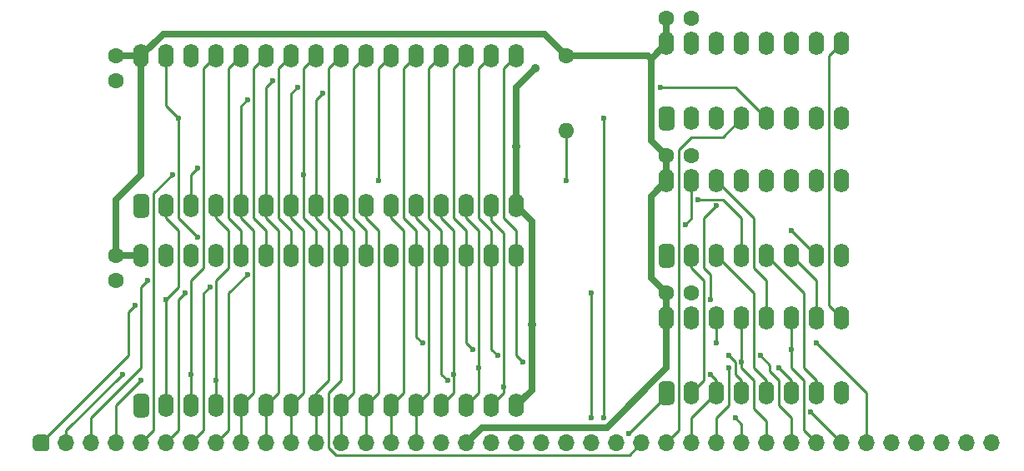
<source format=gbr>
%TF.GenerationSoftware,KiCad,Pcbnew,(5.1.9)-1*%
%TF.CreationDate,2021-03-26T23:09:49-07:00*%
%TF.ProjectId,rc-256page,72632d32-3536-4706-9167-652e6b696361,rev?*%
%TF.SameCoordinates,PX9157080PY9071968*%
%TF.FileFunction,Copper,L1,Top*%
%TF.FilePolarity,Positive*%
%FSLAX46Y46*%
G04 Gerber Fmt 4.6, Leading zero omitted, Abs format (unit mm)*
G04 Created by KiCad (PCBNEW (5.1.9)-1) date 2021-03-26 23:09:49*
%MOMM*%
%LPD*%
G01*
G04 APERTURE LIST*
%TA.AperFunction,ComponentPad*%
%ADD10O,1.600000X2.400000*%
%TD*%
%TA.AperFunction,ComponentPad*%
%ADD11O,1.600000X1.600000*%
%TD*%
%TA.AperFunction,ComponentPad*%
%ADD12C,1.600000*%
%TD*%
%TA.AperFunction,ComponentPad*%
%ADD13O,1.700000X1.700000*%
%TD*%
%TA.AperFunction,ViaPad*%
%ADD14C,0.900000*%
%TD*%
%TA.AperFunction,ViaPad*%
%ADD15C,0.600000*%
%TD*%
%TA.AperFunction,Conductor*%
%ADD16C,0.635000*%
%TD*%
%TA.AperFunction,Conductor*%
%ADD17C,0.254000*%
%TD*%
%TA.AperFunction,Conductor*%
%ADD18C,0.200000*%
%TD*%
G04 APERTURE END LIST*
D10*
%TO.P,U3,16*%
%TO.N,+5V*%
X64770000Y42240200D03*
%TO.P,U3,8*%
%TO.N,GND*%
X82550000Y34620200D03*
%TO.P,U3,15*%
%TO.N,Net-(U3-Pad15)*%
X67310000Y42240200D03*
%TO.P,U3,7*%
%TO.N,Net-(U3-Pad7)*%
X80010000Y34620200D03*
%TO.P,U3,14*%
%TO.N,Net-(U3-Pad14)*%
X69850000Y42240200D03*
%TO.P,U3,6*%
%TO.N,A6*%
X77470000Y34620200D03*
%TO.P,U3,13*%
%TO.N,Net-(U3-Pad13)*%
X72390000Y42240200D03*
%TO.P,U3,5*%
%TO.N,A7*%
X74930000Y34620200D03*
%TO.P,U3,12*%
%TO.N,Net-(U3-Pad12)*%
X74930000Y42240200D03*
%TO.P,U3,4*%
%TO.N,~IOREQ*%
X72390000Y34620200D03*
%TO.P,U3,11*%
%TO.N,Net-(U3-Pad11)*%
X77470000Y42240200D03*
%TO.P,U3,3*%
%TO.N,A5*%
X69850000Y34620200D03*
%TO.P,U3,10*%
%TO.N,Net-(U3-Pad10)*%
X80010000Y42240200D03*
%TO.P,U3,2*%
%TO.N,A4*%
X67310000Y34620200D03*
%TO.P,U3,9*%
%TO.N,/~CFG_CS*%
X82550000Y42240200D03*
%TO.P,U3,1*%
%TO.N,~WR*%
%TA.AperFunction,ComponentPad*%
G36*
G01*
X65170000Y33420200D02*
X64370000Y33420200D01*
G75*
G02*
X63970000Y33820200I0J400000D01*
G01*
X63970000Y35420200D01*
G75*
G02*
X64370000Y35820200I400000J0D01*
G01*
X65170000Y35820200D01*
G75*
G02*
X65570000Y35420200I0J-400000D01*
G01*
X65570000Y33820200D01*
G75*
G02*
X65170000Y33420200I-400000J0D01*
G01*
G37*
%TD.AperFunction*%
%TD*%
%TO.P,U5,16*%
%TO.N,+5V*%
X64770000Y28270200D03*
%TO.P,U5,8*%
%TO.N,GND*%
X82550000Y20650200D03*
%TO.P,U5,15*%
%TO.N,~MREQ*%
X67310000Y28270200D03*
%TO.P,U5,7*%
%TO.N,MEM_A16*%
X80010000Y20650200D03*
%TO.P,U5,14*%
%TO.N,/~ROMA*%
X69850000Y28270200D03*
%TO.P,U5,6*%
%TO.N,/A16B*%
X77470000Y20650200D03*
%TO.P,U5,13*%
%TO.N,/~ROMB*%
X72390000Y28270200D03*
%TO.P,U5,5*%
%TO.N,/A16A*%
X74930000Y20650200D03*
%TO.P,U5,12*%
%TO.N,~ROM_CS*%
X74930000Y28270200D03*
%TO.P,U5,4*%
%TO.N,MEM_A15*%
X72390000Y20650200D03*
%TO.P,U5,11*%
%TO.N,GND*%
X77470000Y28270200D03*
%TO.P,U5,3*%
%TO.N,/A15B*%
X69850000Y20650200D03*
%TO.P,U5,10*%
%TO.N,GND*%
X80010000Y28270200D03*
%TO.P,U5,2*%
%TO.N,/A15A*%
X67310000Y20650200D03*
%TO.P,U5,9*%
%TO.N,Net-(U5-Pad9)*%
X82550000Y28270200D03*
%TO.P,U5,1*%
%TO.N,A15*%
%TA.AperFunction,ComponentPad*%
G36*
G01*
X65170000Y19450200D02*
X64370000Y19450200D01*
G75*
G02*
X63970000Y19850200I0J400000D01*
G01*
X63970000Y21450200D01*
G75*
G02*
X64370000Y21850200I400000J0D01*
G01*
X65170000Y21850200D01*
G75*
G02*
X65570000Y21450200I0J-400000D01*
G01*
X65570000Y19850200D01*
G75*
G02*
X65170000Y19450200I-400000J0D01*
G01*
G37*
%TD.AperFunction*%
%TD*%
D11*
%TO.P,R1,2*%
%TO.N,~ROM_CS*%
X54610000Y33350200D03*
D12*
%TO.P,R1,1*%
%TO.N,+5V*%
X54610000Y40970200D03*
%TD*%
D13*
%TO.P,J1,39*%
%TO.N,Net-(J1-Pad39)*%
X97790000Y1600200D03*
%TO.P,J1,38*%
%TO.N,Net-(J1-Pad38)*%
X95250000Y1600200D03*
%TO.P,J1,37*%
%TO.N,Net-(J1-Pad37)*%
X92710000Y1600200D03*
%TO.P,J1,36*%
%TO.N,Net-(J1-Pad36)*%
X90170000Y1600200D03*
%TO.P,J1,35*%
%TO.N,Net-(J1-Pad35)*%
X87630000Y1600200D03*
%TO.P,J1,34*%
%TO.N,D7*%
X85090000Y1600200D03*
%TO.P,J1,33*%
%TO.N,D6*%
X82550000Y1600200D03*
%TO.P,J1,32*%
%TO.N,D5*%
X80010000Y1600200D03*
%TO.P,J1,31*%
%TO.N,D4*%
X77470000Y1600200D03*
%TO.P,J1,30*%
%TO.N,D3*%
X74930000Y1600200D03*
%TO.P,J1,29*%
%TO.N,D2*%
X72390000Y1600200D03*
%TO.P,J1,28*%
%TO.N,D1*%
X69850000Y1600200D03*
%TO.P,J1,27*%
%TO.N,D0*%
X67310000Y1600200D03*
%TO.P,J1,26*%
%TO.N,~IOREQ*%
X64770000Y1600200D03*
%TO.P,J1,25*%
%TO.N,~RD*%
X62230000Y1600200D03*
%TO.P,J1,24*%
%TO.N,~WR*%
X59690000Y1600200D03*
%TO.P,J1,23*%
%TO.N,~MREQ*%
X57150000Y1600200D03*
%TO.P,J1,22*%
%TO.N,Net-(J1-Pad22)*%
X54610000Y1600200D03*
%TO.P,J1,21*%
%TO.N,Net-(J1-Pad21)*%
X52070000Y1600200D03*
%TO.P,J1,20*%
%TO.N,~RESET*%
X49530000Y1600200D03*
%TO.P,J1,19*%
%TO.N,Net-(J1-Pad19)*%
X46990000Y1600200D03*
%TO.P,J1,18*%
%TO.N,+5V*%
X44450000Y1600200D03*
%TO.P,J1,17*%
%TO.N,GND*%
X41910000Y1600200D03*
%TO.P,J1,16*%
%TO.N,A0*%
X39370000Y1600200D03*
%TO.P,J1,15*%
%TO.N,A1*%
X36830000Y1600200D03*
%TO.P,J1,14*%
%TO.N,A2*%
X34290000Y1600200D03*
%TO.P,J1,13*%
%TO.N,A3*%
X31750000Y1600200D03*
%TO.P,J1,12*%
%TO.N,A4*%
X29210000Y1600200D03*
%TO.P,J1,11*%
%TO.N,A5*%
X26670000Y1600200D03*
%TO.P,J1,10*%
%TO.N,A6*%
X24130000Y1600200D03*
%TO.P,J1,9*%
%TO.N,A7*%
X21590000Y1600200D03*
%TO.P,J1,8*%
%TO.N,A8*%
X19050000Y1600200D03*
%TO.P,J1,7*%
%TO.N,A9*%
X16510000Y1600200D03*
%TO.P,J1,6*%
%TO.N,A10*%
X13970000Y1600200D03*
%TO.P,J1,5*%
%TO.N,A11*%
X11430000Y1600200D03*
%TO.P,J1,4*%
%TO.N,A12*%
X8890000Y1600200D03*
%TO.P,J1,3*%
%TO.N,A13*%
X6350000Y1600200D03*
%TO.P,J1,2*%
%TO.N,A14*%
X3810000Y1600200D03*
%TO.P,J1,1*%
%TO.N,A15*%
%TA.AperFunction,ComponentPad*%
G36*
G01*
X1695000Y750200D02*
X845000Y750200D01*
G75*
G02*
X420000Y1175200I0J425000D01*
G01*
X420000Y2025200D01*
G75*
G02*
X845000Y2450200I425000J0D01*
G01*
X1695000Y2450200D01*
G75*
G02*
X2120000Y2025200I0J-425000D01*
G01*
X2120000Y1175200D01*
G75*
G02*
X1695000Y750200I-425000J0D01*
G01*
G37*
%TD.AperFunction*%
%TD*%
D10*
%TO.P,U1,32*%
%TO.N,+5V*%
X11430000Y40970200D03*
%TO.P,U1,16*%
%TO.N,GND*%
X49530000Y25730200D03*
%TO.P,U1,31*%
%TO.N,~WR*%
X13970000Y40970200D03*
%TO.P,U1,15*%
%TO.N,D2*%
X46990000Y25730200D03*
%TO.P,U1,30*%
%TO.N,Net-(U1-Pad30)*%
X16510000Y40970200D03*
%TO.P,U1,14*%
%TO.N,D1*%
X44450000Y25730200D03*
%TO.P,U1,29*%
%TO.N,A14*%
X19050000Y40970200D03*
%TO.P,U1,13*%
%TO.N,D0*%
X41910000Y25730200D03*
%TO.P,U1,28*%
%TO.N,A13*%
X21590000Y40970200D03*
%TO.P,U1,12*%
%TO.N,A0*%
X39370000Y25730200D03*
%TO.P,U1,27*%
%TO.N,A8*%
X24130000Y40970200D03*
%TO.P,U1,11*%
%TO.N,A1*%
X36830000Y25730200D03*
%TO.P,U1,26*%
%TO.N,A9*%
X26670000Y40970200D03*
%TO.P,U1,10*%
%TO.N,A2*%
X34290000Y25730200D03*
%TO.P,U1,25*%
%TO.N,A11*%
X29210000Y40970200D03*
%TO.P,U1,9*%
%TO.N,A3*%
X31750000Y25730200D03*
%TO.P,U1,24*%
%TO.N,~RD*%
X31750000Y40970200D03*
%TO.P,U1,8*%
%TO.N,A4*%
X29210000Y25730200D03*
%TO.P,U1,23*%
%TO.N,A10*%
X34290000Y40970200D03*
%TO.P,U1,7*%
%TO.N,A5*%
X26670000Y25730200D03*
%TO.P,U1,22*%
%TO.N,~ROM_CS*%
X36830000Y40970200D03*
%TO.P,U1,6*%
%TO.N,A6*%
X24130000Y25730200D03*
%TO.P,U1,21*%
%TO.N,D7*%
X39370000Y40970200D03*
%TO.P,U1,5*%
%TO.N,A7*%
X21590000Y25730200D03*
%TO.P,U1,20*%
%TO.N,D6*%
X41910000Y40970200D03*
%TO.P,U1,4*%
%TO.N,A12*%
X19050000Y25730200D03*
%TO.P,U1,19*%
%TO.N,D5*%
X44450000Y40970200D03*
%TO.P,U1,3*%
%TO.N,MEM_A15*%
X16510000Y25730200D03*
%TO.P,U1,18*%
%TO.N,D4*%
X46990000Y40970200D03*
%TO.P,U1,2*%
%TO.N,MEM_A16*%
X13970000Y25730200D03*
%TO.P,U1,17*%
%TO.N,D3*%
X49530000Y40970200D03*
%TO.P,U1,1*%
%TO.N,Net-(U1-Pad1)*%
%TA.AperFunction,ComponentPad*%
G36*
G01*
X11830000Y24530200D02*
X11030000Y24530200D01*
G75*
G02*
X10630000Y24930200I0J400000D01*
G01*
X10630000Y26530200D01*
G75*
G02*
X11030000Y26930200I400000J0D01*
G01*
X11830000Y26930200D01*
G75*
G02*
X12230000Y26530200I0J-400000D01*
G01*
X12230000Y24930200D01*
G75*
G02*
X11830000Y24530200I-400000J0D01*
G01*
G37*
%TD.AperFunction*%
%TD*%
%TO.P,U4,16*%
%TO.N,+5V*%
X64770000Y14300200D03*
%TO.P,U4,8*%
%TO.N,GND*%
X82550000Y6680200D03*
%TO.P,U4,15*%
%TO.N,/~ROMB*%
X67310000Y14300200D03*
%TO.P,U4,7*%
%TO.N,/A16A*%
X80010000Y6680200D03*
%TO.P,U4,14*%
%TO.N,D7*%
X69850000Y14300200D03*
%TO.P,U4,6*%
%TO.N,D1*%
X77470000Y6680200D03*
%TO.P,U4,13*%
%TO.N,D3*%
X72390000Y14300200D03*
%TO.P,U4,5*%
%TO.N,/A15B*%
X74930000Y6680200D03*
%TO.P,U4,12*%
%TO.N,/~ROMA*%
X74930000Y14300200D03*
%TO.P,U4,4*%
%TO.N,D4*%
X72390000Y6680200D03*
%TO.P,U4,11*%
%TO.N,D5*%
X77470000Y14300200D03*
%TO.P,U4,3*%
%TO.N,D0*%
X69850000Y6680200D03*
%TO.P,U4,10*%
%TO.N,/A16B*%
X80010000Y14300200D03*
%TO.P,U4,2*%
%TO.N,/A15A*%
X67310000Y6680200D03*
%TO.P,U4,9*%
%TO.N,/~CFG_CS*%
X82550000Y14300200D03*
%TO.P,U4,1*%
%TO.N,~RESET*%
%TA.AperFunction,ComponentPad*%
G36*
G01*
X65170000Y5480200D02*
X64370000Y5480200D01*
G75*
G02*
X63970000Y5880200I0J400000D01*
G01*
X63970000Y7480200D01*
G75*
G02*
X64370000Y7880200I400000J0D01*
G01*
X65170000Y7880200D01*
G75*
G02*
X65570000Y7480200I0J-400000D01*
G01*
X65570000Y5880200D01*
G75*
G02*
X65170000Y5480200I-400000J0D01*
G01*
G37*
%TD.AperFunction*%
%TD*%
%TO.P,U2,32*%
%TO.N,+5V*%
X11430000Y20650200D03*
%TO.P,U2,16*%
%TO.N,GND*%
X49530000Y5410200D03*
%TO.P,U2,31*%
%TO.N,MEM_A15*%
X13970000Y20650200D03*
%TO.P,U2,15*%
%TO.N,D2*%
X46990000Y5410200D03*
%TO.P,U2,30*%
%TO.N,~ROM_CS*%
X16510000Y20650200D03*
%TO.P,U2,14*%
%TO.N,D1*%
X44450000Y5410200D03*
%TO.P,U2,29*%
%TO.N,~WR*%
X19050000Y20650200D03*
%TO.P,U2,13*%
%TO.N,D0*%
X41910000Y5410200D03*
%TO.P,U2,28*%
%TO.N,A13*%
X21590000Y20650200D03*
%TO.P,U2,12*%
%TO.N,A0*%
X39370000Y5410200D03*
%TO.P,U2,27*%
%TO.N,A8*%
X24130000Y20650200D03*
%TO.P,U2,11*%
%TO.N,A1*%
X36830000Y5410200D03*
%TO.P,U2,26*%
%TO.N,A9*%
X26670000Y20650200D03*
%TO.P,U2,10*%
%TO.N,A2*%
X34290000Y5410200D03*
%TO.P,U2,25*%
%TO.N,A11*%
X29210000Y20650200D03*
%TO.P,U2,9*%
%TO.N,A3*%
X31750000Y5410200D03*
%TO.P,U2,24*%
%TO.N,~RD*%
X31750000Y20650200D03*
%TO.P,U2,8*%
%TO.N,A4*%
X29210000Y5410200D03*
%TO.P,U2,23*%
%TO.N,A10*%
X34290000Y20650200D03*
%TO.P,U2,7*%
%TO.N,A5*%
X26670000Y5410200D03*
%TO.P,U2,22*%
%TO.N,~MREQ*%
X36830000Y20650200D03*
%TO.P,U2,6*%
%TO.N,A6*%
X24130000Y5410200D03*
%TO.P,U2,21*%
%TO.N,D7*%
X39370000Y20650200D03*
%TO.P,U2,5*%
%TO.N,A7*%
X21590000Y5410200D03*
%TO.P,U2,20*%
%TO.N,D6*%
X41910000Y20650200D03*
%TO.P,U2,4*%
%TO.N,A12*%
X19050000Y5410200D03*
%TO.P,U2,19*%
%TO.N,D5*%
X44450000Y20650200D03*
%TO.P,U2,3*%
%TO.N,A14*%
X16510000Y5410200D03*
%TO.P,U2,18*%
%TO.N,D4*%
X46990000Y20650200D03*
%TO.P,U2,2*%
%TO.N,MEM_A16*%
X13970000Y5410200D03*
%TO.P,U2,17*%
%TO.N,D3*%
X49530000Y20650200D03*
%TO.P,U2,1*%
%TO.N,Net-(U2-Pad1)*%
%TA.AperFunction,ComponentPad*%
G36*
G01*
X11830000Y4210200D02*
X11030000Y4210200D01*
G75*
G02*
X10630000Y4610200I0J400000D01*
G01*
X10630000Y6210200D01*
G75*
G02*
X11030000Y6610200I400000J0D01*
G01*
X11830000Y6610200D01*
G75*
G02*
X12230000Y6210200I0J-400000D01*
G01*
X12230000Y4610200D01*
G75*
G02*
X11830000Y4210200I-400000J0D01*
G01*
G37*
%TD.AperFunction*%
%TD*%
D12*
%TO.P,C5,2*%
%TO.N,+5V*%
X64770000Y30810200D03*
%TO.P,C5,1*%
%TO.N,GND*%
X67270000Y30810200D03*
%TD*%
%TO.P,C4,2*%
%TO.N,+5V*%
X64770000Y16840200D03*
%TO.P,C4,1*%
%TO.N,GND*%
X67270000Y16840200D03*
%TD*%
%TO.P,C3,2*%
%TO.N,+5V*%
X64770000Y44780200D03*
%TO.P,C3,1*%
%TO.N,GND*%
X67270000Y44780200D03*
%TD*%
%TO.P,C2,2*%
%TO.N,GND*%
X8890000Y18150200D03*
%TO.P,C2,1*%
%TO.N,+5V*%
X8890000Y20650200D03*
%TD*%
%TO.P,C1,2*%
%TO.N,GND*%
X8890000Y38470200D03*
%TO.P,C1,1*%
%TO.N,+5V*%
X8890000Y40970200D03*
%TD*%
D14*
%TO.N,GND*%
X51117500Y13665204D03*
X51434998Y39700200D03*
X49530000Y31762700D03*
D15*
%TO.N,D7*%
X40005000Y11760200D03*
X69850000Y11760200D03*
X80010000Y11760200D03*
%TO.N,D6*%
X79375000Y4775200D03*
X42545000Y7950200D03*
%TO.N,D5*%
X77470000Y11125200D03*
X45085000Y11125200D03*
%TO.N,D4*%
X71120000Y10490200D03*
X47625000Y10490200D03*
X74295000Y10490200D03*
%TO.N,D3*%
X50165000Y9855200D03*
X72390000Y9855200D03*
%TO.N,D2*%
X71755000Y4140200D03*
X48260000Y7315200D03*
%TO.N,D1*%
X45720000Y9220200D03*
X71120000Y9220200D03*
X76200000Y9220200D03*
%TO.N,D0*%
X43180000Y8585200D03*
X69215000Y8585200D03*
%TO.N,~WR*%
X58420000Y4140200D03*
X17145000Y22555200D03*
X58420000Y34620200D03*
X15240000Y34620200D03*
%TO.N,~RESET*%
X60960000Y2552700D03*
%TO.N,A4*%
X29845000Y37160200D03*
%TO.N,A5*%
X27305000Y37795200D03*
%TO.N,A6*%
X24765000Y38430200D03*
%TO.N,A7*%
X22225000Y36525200D03*
X64135000Y37795200D03*
%TO.N,~MREQ*%
X66675000Y23825200D03*
X57150000Y4140204D03*
X57150000Y16840200D03*
%TO.N,A8*%
X22225000Y18745200D03*
%TO.N,A9*%
X18415000Y17475200D03*
%TO.N,A10*%
X15875000Y16840200D03*
%TO.N,A11*%
X27940000Y28905200D03*
X14605000Y28905200D03*
%TO.N,A12*%
X11430000Y7950200D03*
X19050000Y7950200D03*
%TO.N,A13*%
X12065000Y18110200D03*
%TO.N,A14*%
X16510000Y8585200D03*
X9525000Y8585198D03*
%TO.N,A15*%
X10795000Y15570200D03*
%TO.N,~ROM_CS*%
X54610000Y28270200D03*
X35560000Y28270200D03*
%TO.N,MEM_A15*%
X67945000Y26365200D03*
X17145000Y29540200D03*
%TO.N,MEM_A16*%
X13970000Y16205200D03*
X77470000Y23190200D03*
%TO.N,/~ROMB*%
X69215000Y16205200D03*
X69850000Y25730200D03*
%TD*%
D16*
%TO.N,GND*%
X49530000Y5410200D02*
X51117500Y6997700D01*
X51117500Y6997700D02*
X51117500Y13665204D01*
X49530000Y25730200D02*
X51117500Y24142700D01*
X51117500Y24142700D02*
X51117500Y13665204D01*
X49530000Y25730200D02*
X49530000Y31762700D01*
X51434998Y39700200D02*
X49530000Y37795202D01*
X49530000Y37795202D02*
X49530000Y31762700D01*
D17*
%TO.N,D7*%
X39370000Y20650200D02*
X39370000Y23190200D01*
X39370000Y23190200D02*
X38100000Y24460200D01*
X38100000Y39700200D02*
X39370000Y40970200D01*
X38100000Y24460200D02*
X38100000Y39700200D01*
X40005000Y11760200D02*
X39370000Y12395200D01*
X39370000Y12395200D02*
X39370000Y20650200D01*
X69850000Y14300200D02*
X69850000Y11760200D01*
X85090000Y6680200D02*
X80010000Y11760200D01*
X85090000Y1600200D02*
X85090000Y6680200D01*
%TO.N,D6*%
X41910000Y20650200D02*
X41910000Y23190200D01*
X41910000Y23190200D02*
X40640000Y24460200D01*
X40640000Y39700200D02*
X41910000Y40970200D01*
X40640000Y24460200D02*
X40640000Y39700200D01*
X82550000Y1600200D02*
X79375000Y4775200D01*
X42545000Y7950200D02*
X41910000Y8585200D01*
X41910000Y8585200D02*
X41910000Y20650200D01*
%TO.N,D5*%
X44450000Y20650200D02*
X44450000Y23190200D01*
X44450000Y23190200D02*
X43180000Y24460200D01*
X43180000Y39700200D02*
X44450000Y40970200D01*
X43180000Y24460200D02*
X43180000Y39700200D01*
X77470000Y9220200D02*
X77470000Y11125200D01*
X78740000Y7950200D02*
X77470000Y9220200D01*
X78740000Y2870200D02*
X78740000Y7950200D01*
X80010000Y1600200D02*
X78740000Y2870200D01*
X77470000Y11125200D02*
X77470000Y14300200D01*
X45085000Y11125200D02*
X44450000Y11760200D01*
X44450000Y11760200D02*
X44450000Y20650200D01*
%TO.N,D4*%
X46990000Y20650200D02*
X46990000Y23190200D01*
X46990000Y23190200D02*
X45720000Y24460200D01*
X45720000Y39700200D02*
X46990000Y40970200D01*
X45720000Y24460200D02*
X45720000Y39700200D01*
X72390000Y6680200D02*
X72390000Y7950200D01*
X72390000Y7950200D02*
X71755000Y8585200D01*
X71755000Y8585200D02*
X71755000Y9855200D01*
X71755000Y9855200D02*
X71120000Y10490200D01*
X46990000Y11125200D02*
X46990000Y20650200D01*
X47625000Y10490200D02*
X46990000Y11125200D01*
X75247500Y9537700D02*
X74295000Y10490200D01*
X75247500Y8902700D02*
X75247500Y9537700D01*
X76200000Y7950200D02*
X75247500Y8902700D01*
X76200000Y5410200D02*
X76200000Y7950200D01*
X77470000Y4140200D02*
X76200000Y5410200D01*
X77470000Y1600200D02*
X77470000Y4140200D01*
%TO.N,D3*%
X49530000Y20650200D02*
X49530000Y23190200D01*
X49530000Y23190200D02*
X48260000Y24460200D01*
X48260000Y39700200D02*
X49530000Y40970200D01*
X48260000Y24460200D02*
X48260000Y39700200D01*
X72390000Y9220200D02*
X72390000Y9855200D01*
X73660000Y5092700D02*
X73660000Y7950200D01*
X74930000Y3822700D02*
X73660000Y5092700D01*
X73660000Y7950200D02*
X72390000Y9220200D01*
X74930000Y1600200D02*
X74930000Y3822700D01*
X49530000Y20650200D02*
X49530000Y10490200D01*
X49530000Y10490200D02*
X50165000Y9855200D01*
X72390000Y9855200D02*
X72390000Y14300200D01*
%TO.N,D2*%
X48260000Y6680200D02*
X46990000Y5410200D01*
X46990000Y24276200D02*
X48260000Y23006200D01*
X46990000Y25730200D02*
X46990000Y24276200D01*
X72390000Y3505200D02*
X71755000Y4140200D01*
X72390000Y1600200D02*
X72390000Y3505200D01*
X48260000Y7315200D02*
X48260000Y6680200D01*
X48260000Y23006200D02*
X48260000Y7315200D01*
%TO.N,D1*%
X44450000Y24460200D02*
X44450000Y25730200D01*
X45720000Y6680200D02*
X45720000Y7315200D01*
X45720000Y23190200D02*
X44450000Y24460200D01*
X44450000Y5410200D02*
X45720000Y6680200D01*
X45720000Y9220200D02*
X45720000Y23190200D01*
X45720000Y7315200D02*
X45720000Y9220200D01*
X69850000Y1600200D02*
X69850000Y4140200D01*
X69850000Y4140200D02*
X71120000Y5410200D01*
X71120000Y5410200D02*
X71120000Y9220200D01*
X77470000Y7950200D02*
X76200000Y9220200D01*
X77470000Y6680200D02*
X77470000Y7950200D01*
%TO.N,D0*%
X67310000Y4140200D02*
X69850000Y6680200D01*
X67310000Y1600200D02*
X67310000Y4140200D01*
X41910000Y24460200D02*
X41910000Y25730200D01*
X43180000Y23190200D02*
X41910000Y24460200D01*
X43180000Y6680200D02*
X43180000Y8585200D01*
X41910000Y5410200D02*
X43180000Y6680200D01*
X43180000Y8585200D02*
X43180000Y23190200D01*
X69850000Y7950200D02*
X69850000Y6680200D01*
X69215000Y8585200D02*
X69850000Y7950200D01*
%TO.N,~IOREQ*%
X70485000Y32715200D02*
X72390000Y34620200D01*
X67310000Y32715200D02*
X70485000Y32715200D01*
X66040000Y31445200D02*
X67310000Y32715200D01*
X66040000Y2870200D02*
X66040000Y31445200D01*
X64770000Y1600200D02*
X66040000Y2870200D01*
%TO.N,~RD*%
X31750000Y20650200D02*
X31750000Y23190200D01*
X31750000Y23190200D02*
X30480000Y24460200D01*
X30480000Y39700200D02*
X31750000Y40970200D01*
X30480000Y24460200D02*
X30480000Y39700200D01*
X30480000Y6680200D02*
X31750000Y7950200D01*
X30480000Y1108820D02*
X30480000Y6680200D01*
X31186810Y402010D02*
X30480000Y1108820D01*
X61031810Y402010D02*
X31186810Y402010D01*
X31750000Y7950200D02*
X31750000Y20650200D01*
X62230000Y1600200D02*
X61031810Y402010D01*
%TO.N,~WR*%
X58420000Y4140200D02*
X58420000Y34620200D01*
X15240000Y24460200D02*
X15240000Y34620200D01*
X17145000Y22555200D02*
X15240000Y24460200D01*
X13970000Y35890200D02*
X15240000Y34620200D01*
X13970000Y40970200D02*
X13970000Y35890200D01*
%TO.N,~RESET*%
X64770000Y6362700D02*
X60960000Y2552700D01*
X64770000Y6680200D02*
X64770000Y6362700D01*
D16*
%TO.N,+5V*%
X8890000Y40970200D02*
X11430000Y40970200D01*
X8890000Y20650200D02*
X11430000Y20650200D01*
X8890000Y26365200D02*
X8890000Y20650200D01*
X11430000Y28905200D02*
X8890000Y26365200D01*
X11430000Y40970200D02*
X11430000Y28905200D01*
X64770000Y42240200D02*
X64770000Y44780200D01*
X64770000Y14300200D02*
X64770000Y16840200D01*
X64770000Y28550200D02*
X64770000Y30810200D01*
X64770000Y28270200D02*
X64770000Y28550200D01*
X63182500Y26682700D02*
X64770000Y28270200D01*
X63182500Y18427700D02*
X63182500Y26682700D01*
X64770000Y16840200D02*
X63182500Y18427700D01*
X44450000Y1600200D02*
X46037500Y3187700D01*
X46037500Y3187700D02*
X58737500Y3187700D01*
X64770000Y9220200D02*
X64770000Y14300200D01*
X58737500Y3187700D02*
X64770000Y9220200D01*
X52387500Y43192700D02*
X54610000Y40970200D01*
X13652500Y43192700D02*
X52387500Y43192700D01*
X11430000Y40970200D02*
X13652500Y43192700D01*
X63182500Y32397700D02*
X63182500Y38112700D01*
X64770000Y30810200D02*
X63182500Y32397700D01*
X63182500Y40652700D02*
X64770000Y42240200D01*
X63182500Y38112700D02*
X63182500Y40652700D01*
X62865000Y40970200D02*
X63182500Y40652700D01*
X54610000Y40970200D02*
X62865000Y40970200D01*
D18*
%TO.N,A0*%
X39370000Y1600200D02*
X38799498Y1600200D01*
D17*
X39370000Y1600200D02*
X39370000Y5410200D01*
X39370000Y24460200D02*
X39370000Y25730200D01*
X40640000Y23190200D02*
X39370000Y24460200D01*
X40640000Y6680200D02*
X40640000Y23190200D01*
X39370000Y5410200D02*
X40640000Y6680200D01*
%TO.N,A1*%
X36830000Y1600200D02*
X36830000Y5410200D01*
X36830000Y24460200D02*
X36830000Y25730200D01*
X38100000Y23190200D02*
X36830000Y24460200D01*
X38100000Y6680200D02*
X38100000Y23190200D01*
X36830000Y5410200D02*
X38100000Y6680200D01*
%TO.N,A2*%
X34290000Y1600200D02*
X34290000Y5410200D01*
X34290000Y24460200D02*
X34290000Y25730200D01*
X35560000Y23190200D02*
X34290000Y24460200D01*
X35560000Y6680200D02*
X35560000Y23190200D01*
X34290000Y5410200D02*
X35560000Y6680200D01*
%TO.N,A3*%
X31750000Y1600200D02*
X31750000Y5410200D01*
X31750000Y24460200D02*
X31750000Y25730200D01*
X33020000Y6680200D02*
X33020000Y23190200D01*
X33020000Y23190200D02*
X31750000Y24460200D01*
X31750000Y5410200D02*
X33020000Y6680200D01*
%TO.N,A4*%
X29210000Y1600200D02*
X29210000Y5410200D01*
X29210000Y24460200D02*
X29210000Y25730200D01*
X30480000Y23190200D02*
X29210000Y24460200D01*
X30480000Y7950200D02*
X30480000Y23190200D01*
X29210000Y6680200D02*
X30480000Y7950200D01*
X29210000Y5410200D02*
X29210000Y6680200D01*
X29210000Y25730200D02*
X29210000Y36525200D01*
X29210000Y36525200D02*
X29845000Y37160200D01*
%TO.N,A5*%
X26670000Y1600200D02*
X26670000Y5410200D01*
X26670000Y24460200D02*
X26670000Y25730200D01*
X27940000Y23190200D02*
X26670000Y24460200D01*
X27940000Y6680200D02*
X27940000Y23190200D01*
X26670000Y5410200D02*
X27940000Y6680200D01*
X26670000Y25730200D02*
X26670000Y37160200D01*
X26670000Y37160200D02*
X27305000Y37795200D01*
%TO.N,A6*%
X24130000Y1600200D02*
X24130000Y5410200D01*
X24130000Y24460200D02*
X24130000Y25730200D01*
X25400000Y23190200D02*
X24130000Y24460200D01*
X25400000Y6680200D02*
X25400000Y23190200D01*
X24130000Y5410200D02*
X25400000Y6680200D01*
X24130000Y37795200D02*
X24765000Y38430200D01*
X24130000Y25730200D02*
X24130000Y37795200D01*
%TO.N,A7*%
X21590000Y1600200D02*
X21590000Y5410200D01*
X21590000Y24460200D02*
X21590000Y25730200D01*
X22860000Y23190200D02*
X21590000Y24460200D01*
X22860000Y6680200D02*
X22860000Y23190200D01*
X21590000Y5410200D02*
X22860000Y6680200D01*
X21590000Y35890200D02*
X22225000Y36525200D01*
X21590000Y25730200D02*
X21590000Y35890200D01*
X74930000Y34620200D02*
X71755000Y37795200D01*
X71755000Y37795200D02*
X64135000Y37795200D01*
%TO.N,~MREQ*%
X66675000Y23825200D02*
X67310000Y24460200D01*
X67310000Y24460200D02*
X67310000Y28270200D01*
X57150000Y4140204D02*
X57150000Y16840200D01*
%TO.N,A8*%
X19050000Y1600200D02*
X20320000Y2870200D01*
X20320000Y16840200D02*
X22225000Y18745200D01*
X20320000Y2870200D02*
X20320000Y16840200D01*
X24130000Y20650200D02*
X24130000Y23190200D01*
X24130000Y23190200D02*
X22860000Y24460200D01*
X22860000Y39700200D02*
X24130000Y40970200D01*
X22860000Y24460200D02*
X22860000Y39700200D01*
%TO.N,A9*%
X26670000Y20650200D02*
X26670000Y23190200D01*
X26670000Y23190200D02*
X25400000Y24460200D01*
X25400000Y39700200D02*
X26670000Y40970200D01*
X25400000Y24460200D02*
X25400000Y39700200D01*
X17780000Y16840200D02*
X18415000Y17475200D01*
X17780000Y2870200D02*
X17780000Y16840200D01*
X16510000Y1600200D02*
X17780000Y2870200D01*
%TO.N,A10*%
X34290000Y20650200D02*
X34290000Y23190200D01*
X34290000Y23190200D02*
X33020000Y24460200D01*
X33020000Y39700200D02*
X34290000Y40970200D01*
X33020000Y24460200D02*
X33020000Y39700200D01*
X15240000Y16205200D02*
X15875000Y16840200D01*
X15240000Y2870200D02*
X15240000Y16205200D01*
X13970000Y1600200D02*
X15240000Y2870200D01*
%TO.N,A11*%
X11430000Y1600200D02*
X11430000Y965200D01*
X29210000Y40970200D02*
X27940000Y39700200D01*
X29210000Y20650200D02*
X29210000Y23190200D01*
X27940000Y39700200D02*
X27940000Y28905200D01*
X29210000Y23190200D02*
X27940000Y24460200D01*
X27940000Y24460200D02*
X27940000Y28905200D01*
X12700000Y27000200D02*
X14605000Y28905200D01*
X12700000Y2870200D02*
X12700000Y27000200D01*
X11430000Y1600200D02*
X12700000Y2870200D01*
%TO.N,A12*%
X19050000Y18110200D02*
X20320000Y19380200D01*
X20320000Y19380200D02*
X20320000Y23190200D01*
X20320000Y23190200D02*
X19050000Y24460200D01*
X19050000Y24460200D02*
X19050000Y25730200D01*
X8890000Y5410200D02*
X11430000Y7950200D01*
X8890000Y1600200D02*
X8890000Y5410200D01*
X19050000Y7950200D02*
X19050000Y18110200D01*
X19050000Y5410200D02*
X19050000Y7950200D01*
%TO.N,A13*%
X21590000Y20650200D02*
X21590000Y23190200D01*
X21590000Y23190200D02*
X20320000Y24460200D01*
X20320000Y39700200D02*
X21590000Y40970200D01*
X20320000Y24460200D02*
X20320000Y39700200D01*
X11430000Y17475200D02*
X12065000Y18110200D01*
X11430000Y9220200D02*
X11430000Y17475200D01*
X6350000Y4140200D02*
X11430000Y9220200D01*
X6350000Y1600200D02*
X6350000Y4140200D01*
%TO.N,A14*%
X16510000Y5410200D02*
X16510000Y8585200D01*
X17780000Y19380200D02*
X16510000Y18110200D01*
X19050000Y40970200D02*
X17780000Y39700200D01*
X17780000Y39700200D02*
X17780000Y19380200D01*
X16510000Y18110200D02*
X16510000Y8585200D01*
X3810000Y2870198D02*
X9525000Y8585198D01*
X3810000Y1600200D02*
X3810000Y2870198D01*
%TO.N,A15*%
X1270000Y1600200D02*
X10160000Y10490200D01*
X10160000Y10490200D02*
X10160000Y14935200D01*
X10160000Y14935200D02*
X10795000Y15570200D01*
%TO.N,~ROM_CS*%
X35560000Y39700200D02*
X35560000Y28270200D01*
X36830000Y40970200D02*
X35560000Y39700200D01*
X54610000Y33350200D02*
X54610000Y28270200D01*
%TO.N,MEM_A15*%
X72390000Y20650200D02*
X72390000Y24460200D01*
X72390000Y24460200D02*
X70492997Y26357203D01*
X67952997Y26357203D02*
X67945000Y26365200D01*
X70492997Y26357203D02*
X67952997Y26357203D01*
X17145000Y29540200D02*
X16510000Y28905200D01*
X16510000Y28905200D02*
X16510000Y25730200D01*
%TO.N,MEM_A16*%
X13970000Y6864200D02*
X13970000Y16205200D01*
X13970000Y5410200D02*
X13970000Y6864200D01*
X15240000Y17475200D02*
X13970000Y16205200D01*
X15240000Y23190200D02*
X15240000Y17475200D01*
X13970000Y24460200D02*
X15240000Y23190200D01*
X13970000Y25730200D02*
X13970000Y24460200D01*
X77470004Y23190196D02*
X77470024Y23190176D01*
X80010000Y20650200D02*
X77470000Y23190200D01*
%TO.N,/~CFG_CS*%
X82550000Y14300200D02*
X81280000Y15570200D01*
X81280000Y40970200D02*
X82550000Y42240200D01*
X81280000Y15570200D02*
X81280000Y40970200D01*
%TO.N,/~ROMB*%
X68580000Y24460200D02*
X69850000Y25730200D01*
X68580000Y19380200D02*
X68580000Y24460200D01*
X69215000Y18745200D02*
X68580000Y19380200D01*
X69215000Y16205200D02*
X69215000Y18745200D01*
%TO.N,/A16A*%
X80010000Y6680200D02*
X80010000Y7950200D01*
X80010000Y7950200D02*
X78740000Y9220200D01*
X78740000Y9220200D02*
X78740000Y16840200D01*
X78740000Y16840200D02*
X74930000Y20650200D01*
%TO.N,/A15B*%
X73660000Y16840200D02*
X69850000Y20650200D01*
X73660000Y9220200D02*
X73660000Y16840200D01*
X74930000Y7950200D02*
X73660000Y9220200D01*
X74930000Y6680200D02*
X74930000Y7950200D01*
%TO.N,/~ROMA*%
X73660000Y24460200D02*
X69850000Y28270200D01*
X73660000Y19380200D02*
X73660000Y24460200D01*
X74930000Y18110200D02*
X73660000Y19380200D01*
X74930000Y14300200D02*
X74930000Y18110200D01*
%TO.N,/A16B*%
X80010000Y18110200D02*
X77470000Y20650200D01*
X80010000Y14300200D02*
X80010000Y18110200D01*
%TO.N,/A15A*%
X68580000Y18110200D02*
X67310000Y19380200D01*
X68580000Y7950200D02*
X68580000Y18110200D01*
X67310000Y19380200D02*
X67310000Y20650200D01*
X67310000Y6680200D02*
X68580000Y7950200D01*
%TD*%
M02*

</source>
